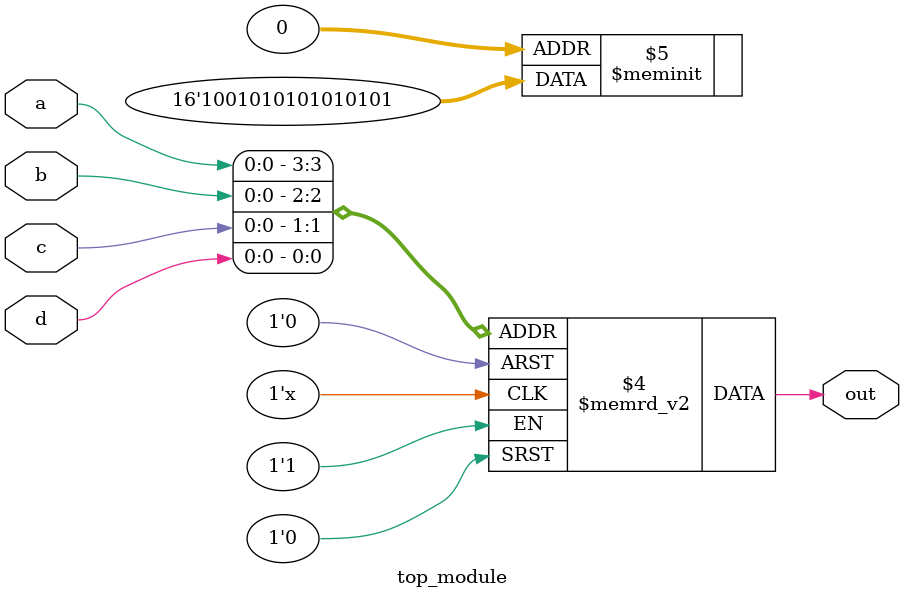
<source format=sv>
module top_module (
  input a, 
  input b,
  input c,
  input d,
  output reg out
);

  always @(*) begin
    case({a,b,c,d})
      4'b0000: out = 1'b1; // corrected output value for 4'b0000
      4'b0001: out = 1'b0;
      4'b0010: out = 1'b1;
      4'b0011: out = 1'b0;
      4'b0100: out = 1'b1;
      4'b0101: out = 1'b0;
      4'b0110: out = 1'b1;
      4'b0111: out = 1'b0;
      4'b1000: out = 1'b1;
      4'b1001: out = 1'b0;
      4'b1010: out = 1'b1;
      4'b1011: out = 1'b0;
      4'b1100: out = 1'b1;
      4'b1101: out = 1'b0;
      4'b1110: out = 1'b0;
      4'b1111: out = 1'b1;
      default: out = 1'b0;
    endcase
  end

endmodule

</source>
